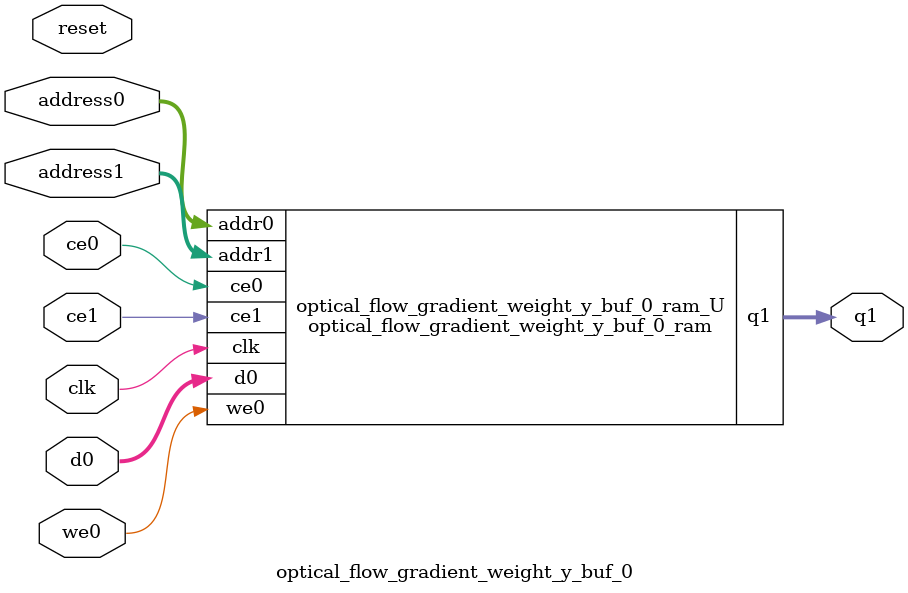
<source format=v>
`timescale 1 ns / 1 ps
module optical_flow_gradient_weight_y_buf_0_ram (addr0, ce0, d0, we0, addr1, ce1, q1,  clk);

parameter DWIDTH = 672;
parameter AWIDTH = 8;
parameter MEM_SIZE = 256;

input[AWIDTH-1:0] addr0;
input ce0;
input[DWIDTH-1:0] d0;
input we0;
input[AWIDTH-1:0] addr1;
input ce1;
output reg[DWIDTH-1:0] q1;
input clk;

reg [DWIDTH-1:0] ram[0:MEM_SIZE-1];




always @(posedge clk)  
begin 
    if (ce0) begin
        if (we0) 
            ram[addr0] <= d0; 
    end
end


always @(posedge clk)  
begin 
    if (ce1) begin
        q1 <= ram[addr1];
    end
end


endmodule

`timescale 1 ns / 1 ps
module optical_flow_gradient_weight_y_buf_0(
    reset,
    clk,
    address0,
    ce0,
    we0,
    d0,
    address1,
    ce1,
    q1);

parameter DataWidth = 32'd672;
parameter AddressRange = 32'd256;
parameter AddressWidth = 32'd8;
input reset;
input clk;
input[AddressWidth - 1:0] address0;
input ce0;
input we0;
input[DataWidth - 1:0] d0;
input[AddressWidth - 1:0] address1;
input ce1;
output[DataWidth - 1:0] q1;



optical_flow_gradient_weight_y_buf_0_ram optical_flow_gradient_weight_y_buf_0_ram_U(
    .clk( clk ),
    .addr0( address0 ),
    .ce0( ce0 ),
    .we0( we0 ),
    .d0( d0 ),
    .addr1( address1 ),
    .ce1( ce1 ),
    .q1( q1 ));

endmodule


</source>
